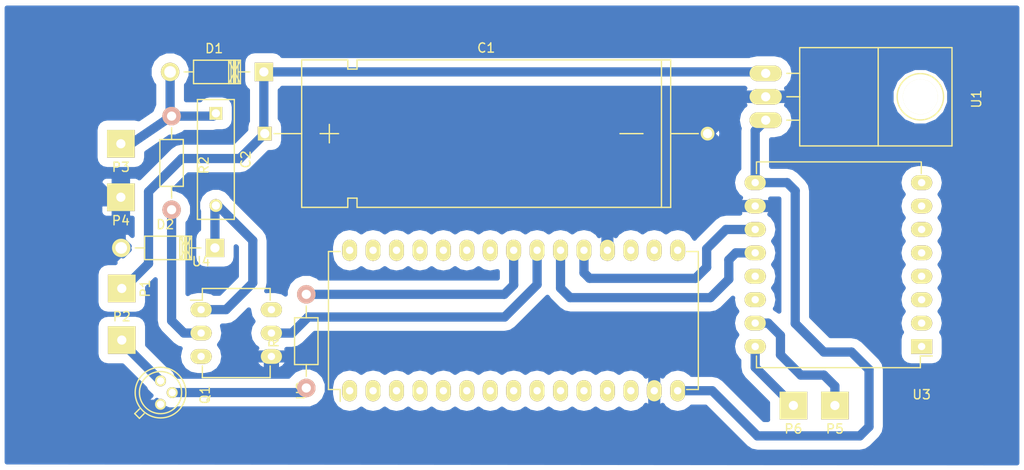
<source format=kicad_pcb>
(kicad_pcb (version 4) (host pcbnew 4.0.2-stable)

  (general
    (links 27)
    (no_connects 0)
    (area 49.499999 49.499999 160.500001 120.500001)
    (thickness 1.6)
    (drawings 4)
    (tracks 110)
    (zones 0)
    (modules 17)
    (nets 49)
  )

  (page A4)
  (layers
    (0 F.Cu signal)
    (31 B.Cu signal)
    (32 B.Adhes user)
    (33 F.Adhes user)
    (34 B.Paste user)
    (35 F.Paste user)
    (36 B.SilkS user)
    (37 F.SilkS user)
    (38 B.Mask user)
    (39 F.Mask user)
    (40 Dwgs.User user)
    (41 Cmts.User user)
    (42 Eco1.User user)
    (43 Eco2.User user)
    (44 Edge.Cuts user)
    (45 Margin user)
    (46 B.CrtYd user)
    (47 F.CrtYd user)
    (48 B.Fab user)
    (49 F.Fab user)
  )

  (setup
    (last_trace_width 1)
    (trace_clearance 0.5)
    (zone_clearance 1)
    (zone_45_only no)
    (trace_min 0.2)
    (segment_width 1)
    (edge_width 0.15)
    (via_size 0.6)
    (via_drill 0.4)
    (via_min_size 0.4)
    (via_min_drill 0.3)
    (uvia_size 0.3)
    (uvia_drill 0.1)
    (uvias_allowed no)
    (uvia_min_size 0.2)
    (uvia_min_drill 0.1)
    (pcb_text_width 0.3)
    (pcb_text_size 1.5 1.5)
    (mod_edge_width 0.15)
    (mod_text_size 1 1)
    (mod_text_width 0.15)
    (pad_size 1.524 1.524)
    (pad_drill 0.762)
    (pad_to_mask_clearance 0.2)
    (aux_axis_origin 0 0)
    (grid_origin 50 50)
    (visible_elements FFFFFF7F)
    (pcbplotparams
      (layerselection 0x00030_80000001)
      (usegerberextensions false)
      (excludeedgelayer true)
      (linewidth 0.100000)
      (plotframeref false)
      (viasonmask false)
      (mode 1)
      (useauxorigin false)
      (hpglpennumber 1)
      (hpglpenspeed 20)
      (hpglpendiameter 15)
      (hpglpenoverlay 2)
      (psnegative false)
      (psa4output false)
      (plotreference true)
      (plotvalue true)
      (plotinvisibletext false)
      (padsonsilk false)
      (subtractmaskfromsilk false)
      (outputformat 1)
      (mirror false)
      (drillshape 1)
      (scaleselection 1)
      (outputdirectory ""))
  )

  (net 0 "")
  (net 1 +15V)
  (net 2 +12VA)
  (net 3 "Net-(C2-Pad2)")
  (net 4 GND)
  (net 5 "Net-(Q1-Pad2)")
  (net 6 "Net-(R1-Pad2)")
  (net 7 "Net-(R2-Pad2)")
  (net 8 +5V)
  (net 9 "Net-(U2-Pad1)")
  (net 10 "Net-(U2-Pad2)")
  (net 11 "Net-(U2-Pad3)")
  (net 12 "Net-(U2-Pad4)")
  (net 13 "Net-(U2-Pad5)")
  (net 14 "Net-(U2-Pad6)")
  (net 15 "Net-(U2-Pad7)")
  (net 16 "Net-(U2-Pad8)")
  (net 17 "Net-(U2-Pad9)")
  (net 18 "Net-(U2-Pad10)")
  (net 19 "Net-(U2-Pad11)")
  (net 20 "Net-(U2-Pad12)")
  (net 21 "Net-(U2-Pad13)")
  (net 22 "Net-(U2-Pad16)")
  (net 23 "Net-(U2-Pad17)")
  (net 24 "Net-(U2-Pad18)")
  (net 25 "Net-(U2-Pad20)")
  (net 26 "Net-(U2-Pad21)")
  (net 27 "Net-(U2-Pad22)")
  (net 28 "Net-(U2-Pad24)")
  (net 29 "Net-(U2-Pad25)")
  (net 30 "Net-(U2-Pad26)")
  (net 31 "Net-(U2-Pad27)")
  (net 32 "Net-(U2-Pad28)")
  (net 33 "Net-(U2-Pad29)")
  (net 34 "Net-(U2-Pad30)")
  (net 35 "Net-(U3-Pad1)")
  (net 36 "Net-(U3-Pad2)")
  (net 37 "Net-(U3-Pad3)")
  (net 38 "Net-(U3-Pad4)")
  (net 39 "Net-(U3-Pad5)")
  (net 40 "Net-(U3-Pad6)")
  (net 41 "Net-(U3-Pad8)")
  (net 42 "Net-(U3-Pad13)")
  (net 43 "Net-(U3-Pad14)")
  (net 44 "Net-(U4-Pad6)")
  (net 45 "Net-(P2-Pad1)")
  (net 46 "Net-(P5-Pad1)")
  (net 47 "Net-(P6-Pad1)")
  (net 48 "Net-(U3-Pad7)")

  (net_class Default "This is the default net class."
    (clearance 0.5)
    (trace_width 1)
    (via_dia 0.6)
    (via_drill 0.4)
    (uvia_dia 0.3)
    (uvia_drill 0.1)
    (add_net +12VA)
    (add_net +15V)
    (add_net +5V)
    (add_net GND)
    (add_net "Net-(C2-Pad2)")
    (add_net "Net-(P2-Pad1)")
    (add_net "Net-(P5-Pad1)")
    (add_net "Net-(P6-Pad1)")
    (add_net "Net-(Q1-Pad2)")
    (add_net "Net-(R1-Pad2)")
    (add_net "Net-(R2-Pad2)")
    (add_net "Net-(U2-Pad1)")
    (add_net "Net-(U2-Pad10)")
    (add_net "Net-(U2-Pad11)")
    (add_net "Net-(U2-Pad12)")
    (add_net "Net-(U2-Pad13)")
    (add_net "Net-(U2-Pad16)")
    (add_net "Net-(U2-Pad17)")
    (add_net "Net-(U2-Pad18)")
    (add_net "Net-(U2-Pad2)")
    (add_net "Net-(U2-Pad20)")
    (add_net "Net-(U2-Pad21)")
    (add_net "Net-(U2-Pad22)")
    (add_net "Net-(U2-Pad24)")
    (add_net "Net-(U2-Pad25)")
    (add_net "Net-(U2-Pad26)")
    (add_net "Net-(U2-Pad27)")
    (add_net "Net-(U2-Pad28)")
    (add_net "Net-(U2-Pad29)")
    (add_net "Net-(U2-Pad3)")
    (add_net "Net-(U2-Pad30)")
    (add_net "Net-(U2-Pad4)")
    (add_net "Net-(U2-Pad5)")
    (add_net "Net-(U2-Pad6)")
    (add_net "Net-(U2-Pad7)")
    (add_net "Net-(U2-Pad8)")
    (add_net "Net-(U2-Pad9)")
    (add_net "Net-(U3-Pad1)")
    (add_net "Net-(U3-Pad13)")
    (add_net "Net-(U3-Pad14)")
    (add_net "Net-(U3-Pad2)")
    (add_net "Net-(U3-Pad3)")
    (add_net "Net-(U3-Pad4)")
    (add_net "Net-(U3-Pad5)")
    (add_net "Net-(U3-Pad6)")
    (add_net "Net-(U3-Pad7)")
    (add_net "Net-(U3-Pad8)")
    (add_net "Net-(U4-Pad6)")
  )

  (module Diodes_ThroughHole:Diode_DO-41_SOD81_Horizontal_RM10 (layer F.Cu) (tedit 552FFCCE) (tstamp 585692BC)
    (at 78.1 57.3 180)
    (descr "Diode, DO-41, SOD81, Horizontal, RM 10mm,")
    (tags "Diode, DO-41, SOD81, Horizontal, RM 10mm, 1N4007, SB140,")
    (path /58565494)
    (fp_text reference D1 (at 5.38734 2.53746 180) (layer F.SilkS)
      (effects (font (size 1 1) (thickness 0.15)))
    )
    (fp_text value D (at 4.37134 -3.55854 180) (layer F.Fab)
      (effects (font (size 1 1) (thickness 0.15)))
    )
    (fp_line (start 7.62 -0.00254) (end 8.636 -0.00254) (layer F.SilkS) (width 0.15))
    (fp_line (start 2.794 -0.00254) (end 1.524 -0.00254) (layer F.SilkS) (width 0.15))
    (fp_line (start 3.048 -1.27254) (end 3.048 1.26746) (layer F.SilkS) (width 0.15))
    (fp_line (start 3.302 -1.27254) (end 3.302 1.26746) (layer F.SilkS) (width 0.15))
    (fp_line (start 3.556 -1.27254) (end 3.556 1.26746) (layer F.SilkS) (width 0.15))
    (fp_line (start 2.794 -1.27254) (end 2.794 1.26746) (layer F.SilkS) (width 0.15))
    (fp_line (start 3.81 -1.27254) (end 2.54 1.26746) (layer F.SilkS) (width 0.15))
    (fp_line (start 2.54 -1.27254) (end 3.81 1.26746) (layer F.SilkS) (width 0.15))
    (fp_line (start 3.81 -1.27254) (end 3.81 1.26746) (layer F.SilkS) (width 0.15))
    (fp_line (start 3.175 -1.27254) (end 3.175 1.26746) (layer F.SilkS) (width 0.15))
    (fp_line (start 2.54 1.26746) (end 2.54 -1.27254) (layer F.SilkS) (width 0.15))
    (fp_line (start 2.54 -1.27254) (end 7.62 -1.27254) (layer F.SilkS) (width 0.15))
    (fp_line (start 7.62 -1.27254) (end 7.62 1.26746) (layer F.SilkS) (width 0.15))
    (fp_line (start 7.62 1.26746) (end 2.54 1.26746) (layer F.SilkS) (width 0.15))
    (pad 2 thru_hole circle (at 10.16 -0.00254) (size 1.99898 1.99898) (drill 1.27) (layers *.Cu *.Mask F.SilkS)
      (net 2 +12VA))
    (pad 1 thru_hole rect (at 0 -0.00254) (size 1.99898 1.99898) (drill 1.00076) (layers *.Cu *.Mask F.SilkS)
      (net 1 +15V))
  )

  (module Diodes_ThroughHole:Diode_DO-41_SOD81_Horizontal_RM10 (layer F.Cu) (tedit 552FFCCE) (tstamp 585692C2)
    (at 72.8 76.4 180)
    (descr "Diode, DO-41, SOD81, Horizontal, RM 10mm,")
    (tags "Diode, DO-41, SOD81, Horizontal, RM 10mm, 1N4007, SB140,")
    (path /585654E1)
    (fp_text reference D2 (at 5.38734 2.53746 180) (layer F.SilkS)
      (effects (font (size 1 1) (thickness 0.15)))
    )
    (fp_text value D (at 4.37134 -3.55854 180) (layer F.Fab)
      (effects (font (size 1 1) (thickness 0.15)))
    )
    (fp_line (start 7.62 -0.00254) (end 8.636 -0.00254) (layer F.SilkS) (width 0.15))
    (fp_line (start 2.794 -0.00254) (end 1.524 -0.00254) (layer F.SilkS) (width 0.15))
    (fp_line (start 3.048 -1.27254) (end 3.048 1.26746) (layer F.SilkS) (width 0.15))
    (fp_line (start 3.302 -1.27254) (end 3.302 1.26746) (layer F.SilkS) (width 0.15))
    (fp_line (start 3.556 -1.27254) (end 3.556 1.26746) (layer F.SilkS) (width 0.15))
    (fp_line (start 2.794 -1.27254) (end 2.794 1.26746) (layer F.SilkS) (width 0.15))
    (fp_line (start 3.81 -1.27254) (end 2.54 1.26746) (layer F.SilkS) (width 0.15))
    (fp_line (start 2.54 -1.27254) (end 3.81 1.26746) (layer F.SilkS) (width 0.15))
    (fp_line (start 3.81 -1.27254) (end 3.81 1.26746) (layer F.SilkS) (width 0.15))
    (fp_line (start 3.175 -1.27254) (end 3.175 1.26746) (layer F.SilkS) (width 0.15))
    (fp_line (start 2.54 1.26746) (end 2.54 -1.27254) (layer F.SilkS) (width 0.15))
    (fp_line (start 2.54 -1.27254) (end 7.62 -1.27254) (layer F.SilkS) (width 0.15))
    (fp_line (start 7.62 -1.27254) (end 7.62 1.26746) (layer F.SilkS) (width 0.15))
    (fp_line (start 7.62 1.26746) (end 2.54 1.26746) (layer F.SilkS) (width 0.15))
    (pad 2 thru_hole circle (at 10.16 -0.00254) (size 1.99898 1.99898) (drill 1.27) (layers *.Cu *.Mask F.SilkS)
      (net 4 GND))
    (pad 1 thru_hole rect (at 0 -0.00254) (size 1.99898 1.99898) (drill 1.00076) (layers *.Cu *.Mask F.SilkS)
      (net 3 "Net-(C2-Pad2)"))
  )

  (module TO_SOT_Packages_THT:TO-18_3Pin (layer F.Cu) (tedit 55D039D2) (tstamp 585692DB)
    (at 66.9 92.1 270)
    (descr "TO-18, 3Pin,")
    (tags "TO-18, 3Pin,")
    (path /585671EB)
    (fp_text reference Q1 (at 0.254 -4.826 270) (layer F.SilkS)
      (effects (font (size 1 1) (thickness 0.15)))
    )
    (fp_text value PN2222A (at 0 4.826 270) (layer F.Fab)
      (effects (font (size 1 1) (thickness 0.15)))
    )
    (fp_line (start 2.794 2.286) (end 2.286 1.778) (layer F.SilkS) (width 0.15))
    (fp_line (start 1.778 2.286) (end 2.286 2.794) (layer F.SilkS) (width 0.15))
    (fp_line (start 2.286 2.794) (end 2.794 2.286) (layer F.SilkS) (width 0.15))
    (fp_circle (center 0 0) (end 2.286 0) (layer F.SilkS) (width 0.15))
    (fp_circle (center 0 0) (end 2.75 0) (layer F.SilkS) (width 0.15))
    (pad 1 thru_hole circle (at 1.27 0 270) (size 1.2 1.2) (drill 0.8) (layers *.Cu *.Mask F.SilkS)
      (net 4 GND))
    (pad 2 thru_hole circle (at 0 -1.27 270) (size 1.2 1.2) (drill 0.8) (layers *.Cu *.Mask F.SilkS)
      (net 5 "Net-(Q1-Pad2)"))
    (pad 3 thru_hole circle (at -1.27 0 270) (size 1.2 1.2) (drill 0.8) (layers *.Cu *.Mask F.SilkS)
      (net 45 "Net-(P2-Pad1)"))
    (model TO_SOT_Packages_THT.3dshapes/TO-18_3Pin.wrl
      (at (xyz 0 0 0))
      (scale (xyz 0.3937 0.3937 0.3937))
      (rotate (xyz 0 0 0))
    )
  )

  (module Resistors_ThroughHole:Resistor_Horizontal_RM10mm (layer F.Cu) (tedit 56648415) (tstamp 585692E1)
    (at 82.7 91.6 90)
    (descr "Resistor, Axial,  RM 10mm, 1/3W")
    (tags "Resistor Axial RM 10mm 1/3W")
    (path /58567230)
    (fp_text reference R1 (at 5.32892 -3.50012 90) (layer F.SilkS)
      (effects (font (size 1 1) (thickness 0.15)))
    )
    (fp_text value R (at 5.08 3.81 90) (layer F.Fab)
      (effects (font (size 1 1) (thickness 0.15)))
    )
    (fp_line (start -1.25 -1.5) (end 11.4 -1.5) (layer F.CrtYd) (width 0.05))
    (fp_line (start -1.25 1.5) (end -1.25 -1.5) (layer F.CrtYd) (width 0.05))
    (fp_line (start 11.4 -1.5) (end 11.4 1.5) (layer F.CrtYd) (width 0.05))
    (fp_line (start -1.25 1.5) (end 11.4 1.5) (layer F.CrtYd) (width 0.05))
    (fp_line (start 2.54 -1.27) (end 7.62 -1.27) (layer F.SilkS) (width 0.15))
    (fp_line (start 7.62 -1.27) (end 7.62 1.27) (layer F.SilkS) (width 0.15))
    (fp_line (start 7.62 1.27) (end 2.54 1.27) (layer F.SilkS) (width 0.15))
    (fp_line (start 2.54 1.27) (end 2.54 -1.27) (layer F.SilkS) (width 0.15))
    (fp_line (start 2.54 0) (end 1.27 0) (layer F.SilkS) (width 0.15))
    (fp_line (start 7.62 0) (end 8.89 0) (layer F.SilkS) (width 0.15))
    (pad 1 thru_hole circle (at 0 0 90) (size 1.99898 1.99898) (drill 1.00076) (layers *.Cu *.SilkS *.Mask)
      (net 5 "Net-(Q1-Pad2)"))
    (pad 2 thru_hole circle (at 10.16 0 90) (size 1.99898 1.99898) (drill 1.00076) (layers *.Cu *.SilkS *.Mask)
      (net 6 "Net-(R1-Pad2)"))
    (model Resistors_ThroughHole.3dshapes/Resistor_Horizontal_RM10mm.wrl
      (at (xyz 0.2 0 0))
      (scale (xyz 0.4 0.4 0.4))
      (rotate (xyz 0 0 0))
    )
  )

  (module Resistors_ThroughHole:Resistor_Horizontal_RM10mm (layer F.Cu) (tedit 56648415) (tstamp 585692E7)
    (at 68.1 62.1 270)
    (descr "Resistor, Axial,  RM 10mm, 1/3W")
    (tags "Resistor Axial RM 10mm 1/3W")
    (path /585668DD)
    (fp_text reference R2 (at 5.32892 -3.50012 270) (layer F.SilkS)
      (effects (font (size 1 1) (thickness 0.15)))
    )
    (fp_text value R (at 5.08 3.81 270) (layer F.Fab)
      (effects (font (size 1 1) (thickness 0.15)))
    )
    (fp_line (start -1.25 -1.5) (end 11.4 -1.5) (layer F.CrtYd) (width 0.05))
    (fp_line (start -1.25 1.5) (end -1.25 -1.5) (layer F.CrtYd) (width 0.05))
    (fp_line (start 11.4 -1.5) (end 11.4 1.5) (layer F.CrtYd) (width 0.05))
    (fp_line (start -1.25 1.5) (end 11.4 1.5) (layer F.CrtYd) (width 0.05))
    (fp_line (start 2.54 -1.27) (end 7.62 -1.27) (layer F.SilkS) (width 0.15))
    (fp_line (start 7.62 -1.27) (end 7.62 1.27) (layer F.SilkS) (width 0.15))
    (fp_line (start 7.62 1.27) (end 2.54 1.27) (layer F.SilkS) (width 0.15))
    (fp_line (start 2.54 1.27) (end 2.54 -1.27) (layer F.SilkS) (width 0.15))
    (fp_line (start 2.54 0) (end 1.27 0) (layer F.SilkS) (width 0.15))
    (fp_line (start 7.62 0) (end 8.89 0) (layer F.SilkS) (width 0.15))
    (pad 1 thru_hole circle (at 0 0 270) (size 1.99898 1.99898) (drill 1.00076) (layers *.Cu *.SilkS *.Mask)
      (net 2 +12VA))
    (pad 2 thru_hole circle (at 10.16 0 270) (size 1.99898 1.99898) (drill 1.00076) (layers *.Cu *.SilkS *.Mask)
      (net 7 "Net-(R2-Pad2)"))
    (model Resistors_ThroughHole.3dshapes/Resistor_Horizontal_RM10mm.wrl
      (at (xyz 0.2 0 0))
      (scale (xyz 0.4 0.4 0.4))
      (rotate (xyz 0 0 0))
    )
  )

  (module Housings_DIP:DIP-30_W15.24mm_LongPads (layer F.Cu) (tedit 58566FFE) (tstamp 5856931B)
    (at 87.4 91.9 90)
    (descr "32-lead dip package, row spacing 15.24 mm (600 mils), longer pads")
    (tags "dil dip 2.54 600")
    (path /58565684)
    (fp_text reference U2 (at 0 -5.22 90) (layer F.SilkS)
      (effects (font (size 1 1) (thickness 0.15)))
    )
    (fp_text value arduino_mini (at 0 -3.72 90) (layer F.Fab)
      (effects (font (size 1 1) (thickness 0.15)))
    )
    (fp_line (start -1.4 -2.45) (end -1.4 38.55) (layer F.CrtYd) (width 0.05))
    (fp_line (start 16.65 -2.45) (end 16.65 38.55) (layer F.CrtYd) (width 0.05))
    (fp_line (start -1.4 -2.45) (end 16.65 -2.45) (layer F.CrtYd) (width 0.05))
    (fp_line (start -1.4 38.55) (end 16.65 38.55) (layer F.CrtYd) (width 0.05))
    (fp_line (start 0.135 -2.295) (end 0.135 -1.025) (layer F.SilkS) (width 0.15))
    (fp_line (start 15.105 -2.295) (end 15.105 -1.025) (layer F.SilkS) (width 0.15))
    (fp_line (start 15.105 37.795) (end 15.105 36.525) (layer F.SilkS) (width 0.15))
    (fp_line (start 0.135 37.795) (end 0.135 36.525) (layer F.SilkS) (width 0.15))
    (fp_line (start 0.135 -2.295) (end 15.105 -2.295) (layer F.SilkS) (width 0.15))
    (fp_line (start 0.135 37.795) (end 15.105 37.795) (layer F.SilkS) (width 0.15))
    (fp_line (start 0.135 -1.025) (end -1.15 -1.025) (layer F.SilkS) (width 0.15))
    (pad 1 thru_hole oval (at 0 0 90) (size 2.3 1.6) (drill 0.8) (layers *.Cu *.Mask F.SilkS)
      (net 9 "Net-(U2-Pad1)"))
    (pad 2 thru_hole oval (at 0 2.54 90) (size 2.3 1.6) (drill 0.8) (layers *.Cu *.Mask F.SilkS)
      (net 10 "Net-(U2-Pad2)"))
    (pad 3 thru_hole oval (at 0 5.08 90) (size 2.3 1.6) (drill 0.8) (layers *.Cu *.Mask F.SilkS)
      (net 11 "Net-(U2-Pad3)"))
    (pad 4 thru_hole oval (at 0 7.62 90) (size 2.3 1.6) (drill 0.8) (layers *.Cu *.Mask F.SilkS)
      (net 12 "Net-(U2-Pad4)"))
    (pad 5 thru_hole oval (at 0 10.16 90) (size 2.3 1.6) (drill 0.8) (layers *.Cu *.Mask F.SilkS)
      (net 13 "Net-(U2-Pad5)"))
    (pad 6 thru_hole oval (at 0 12.7 90) (size 2.3 1.6) (drill 0.8) (layers *.Cu *.Mask F.SilkS)
      (net 14 "Net-(U2-Pad6)"))
    (pad 7 thru_hole oval (at 0 15.24 90) (size 2.3 1.6) (drill 0.8) (layers *.Cu *.Mask F.SilkS)
      (net 15 "Net-(U2-Pad7)"))
    (pad 8 thru_hole oval (at 0 17.78 90) (size 2.3 1.6) (drill 0.8) (layers *.Cu *.Mask F.SilkS)
      (net 16 "Net-(U2-Pad8)"))
    (pad 9 thru_hole oval (at 0 20.32 90) (size 2.3 1.6) (drill 0.8) (layers *.Cu *.Mask F.SilkS)
      (net 17 "Net-(U2-Pad9)"))
    (pad 10 thru_hole oval (at 0 22.86 90) (size 2.3 1.6) (drill 0.8) (layers *.Cu *.Mask F.SilkS)
      (net 18 "Net-(U2-Pad10)"))
    (pad 11 thru_hole oval (at 0 25.4 90) (size 2.3 1.6) (drill 0.8) (layers *.Cu *.Mask F.SilkS)
      (net 19 "Net-(U2-Pad11)"))
    (pad 12 thru_hole oval (at 0 27.94 90) (size 2.3 1.6) (drill 0.8) (layers *.Cu *.Mask F.SilkS)
      (net 20 "Net-(U2-Pad12)"))
    (pad 13 thru_hole oval (at 0 30.48 90) (size 2.3 1.6) (drill 0.8) (layers *.Cu *.Mask F.SilkS)
      (net 21 "Net-(U2-Pad13)"))
    (pad 14 thru_hole oval (at 0 33.02 90) (size 2.3 1.6) (drill 0.8) (layers *.Cu *.Mask F.SilkS)
      (net 4 GND))
    (pad 15 thru_hole oval (at 0 35.56 90) (size 2.3 1.6) (drill 0.8) (layers *.Cu *.Mask F.SilkS)
      (net 8 +5V))
    (pad 16 thru_hole oval (at 15.24 35.56 90) (size 2.3 1.6) (drill 0.8) (layers *.Cu *.Mask F.SilkS)
      (net 22 "Net-(U2-Pad16)"))
    (pad 17 thru_hole oval (at 15.24 33.02 90) (size 2.3 1.6) (drill 0.8) (layers *.Cu *.Mask F.SilkS)
      (net 23 "Net-(U2-Pad17)"))
    (pad 18 thru_hole oval (at 15.24 30.48 90) (size 2.3 1.6) (drill 0.8) (layers *.Cu *.Mask F.SilkS)
      (net 24 "Net-(U2-Pad18)"))
    (pad 19 thru_hole oval (at 15.24 27.94 90) (size 2.3 1.6) (drill 0.8) (layers *.Cu *.Mask F.SilkS)
      (net 4 GND))
    (pad 20 thru_hole oval (at 15.24 25.4 90) (size 2.3 1.6) (drill 0.8) (layers *.Cu *.Mask F.SilkS)
      (net 25 "Net-(U2-Pad20)"))
    (pad 21 thru_hole oval (at 15.24 22.86 90) (size 2.3 1.6) (drill 0.8) (layers *.Cu *.Mask F.SilkS)
      (net 26 "Net-(U2-Pad21)"))
    (pad 22 thru_hole oval (at 15.24 20.32 90) (size 2.3 1.6) (drill 0.8) (layers *.Cu *.Mask F.SilkS)
      (net 27 "Net-(U2-Pad22)"))
    (pad 23 thru_hole oval (at 15.24 17.78 90) (size 2.3 1.6) (drill 0.8) (layers *.Cu *.Mask F.SilkS)
      (net 6 "Net-(R1-Pad2)"))
    (pad 24 thru_hole oval (at 15.24 15.24 90) (size 2.3 1.6) (drill 0.8) (layers *.Cu *.Mask F.SilkS)
      (net 28 "Net-(U2-Pad24)"))
    (pad 25 thru_hole oval (at 15.24 12.7 90) (size 2.3 1.6) (drill 0.8) (layers *.Cu *.Mask F.SilkS)
      (net 29 "Net-(U2-Pad25)"))
    (pad 26 thru_hole oval (at 15.24 10.16 90) (size 2.3 1.6) (drill 0.8) (layers *.Cu *.Mask F.SilkS)
      (net 30 "Net-(U2-Pad26)"))
    (pad 27 thru_hole oval (at 15.24 7.62 90) (size 2.3 1.6) (drill 0.8) (layers *.Cu *.Mask F.SilkS)
      (net 31 "Net-(U2-Pad27)"))
    (pad 28 thru_hole oval (at 15.24 5.08 90) (size 2.3 1.6) (drill 0.8) (layers *.Cu *.Mask F.SilkS)
      (net 32 "Net-(U2-Pad28)"))
    (pad 29 thru_hole oval (at 15.24 2.54 90) (size 2.3 1.6) (drill 0.8) (layers *.Cu *.Mask F.SilkS)
      (net 33 "Net-(U2-Pad29)"))
    (pad 30 thru_hole oval (at 15.24 0 90) (size 2.3 1.6) (drill 0.8) (layers *.Cu *.Mask F.SilkS)
      (net 34 "Net-(U2-Pad30)"))
    (model Housings_DIP.3dshapes/DIP-32_W15.24mm_LongPads.wrl
      (at (xyz 0 0 0))
      (scale (xyz 1 1 1))
      (rotate (xyz 0 0 0))
    )
  )

  (module Housings_DIP:DIP-6_W7.62mm_LongPads (layer F.Cu) (tedit 54130A77) (tstamp 5856934F)
    (at 71.3 83.1)
    (descr "6-lead dip package, row spacing 7.62 mm (300 mils), longer pads")
    (tags "dil dip 2.54 300")
    (path /58565517)
    (fp_text reference U4 (at 0 -5.22) (layer F.SilkS)
      (effects (font (size 1 1) (thickness 0.15)))
    )
    (fp_text value OPTO-TRANSISTOR (at 0 -3.72) (layer F.Fab)
      (effects (font (size 1 1) (thickness 0.15)))
    )
    (fp_line (start -1.4 -2.45) (end -1.4 7.55) (layer F.CrtYd) (width 0.05))
    (fp_line (start 9 -2.45) (end 9 7.55) (layer F.CrtYd) (width 0.05))
    (fp_line (start -1.4 -2.45) (end 9 -2.45) (layer F.CrtYd) (width 0.05))
    (fp_line (start -1.4 7.55) (end 9 7.55) (layer F.CrtYd) (width 0.05))
    (fp_line (start 0.135 -2.295) (end 0.135 -1.025) (layer F.SilkS) (width 0.15))
    (fp_line (start 7.485 -2.295) (end 7.485 -1.025) (layer F.SilkS) (width 0.15))
    (fp_line (start 7.485 7.375) (end 7.485 6.105) (layer F.SilkS) (width 0.15))
    (fp_line (start 0.135 7.375) (end 0.135 6.105) (layer F.SilkS) (width 0.15))
    (fp_line (start 0.135 -2.295) (end 7.485 -2.295) (layer F.SilkS) (width 0.15))
    (fp_line (start 0.135 7.375) (end 7.485 7.375) (layer F.SilkS) (width 0.15))
    (fp_line (start 0.135 -1.025) (end -1.15 -1.025) (layer F.SilkS) (width 0.15))
    (pad 1 thru_hole oval (at 0 0) (size 2.3 1.6) (drill 0.8) (layers *.Cu *.Mask F.SilkS)
      (net 3 "Net-(C2-Pad2)"))
    (pad 2 thru_hole oval (at 0 2.54) (size 2.3 1.6) (drill 0.8) (layers *.Cu *.Mask F.SilkS)
      (net 7 "Net-(R2-Pad2)"))
    (pad 3 thru_hole oval (at 0 5.08) (size 2.3 1.6) (drill 0.8) (layers *.Cu *.Mask F.SilkS))
    (pad 4 thru_hole oval (at 7.62 5.08) (size 2.3 1.6) (drill 0.8) (layers *.Cu *.Mask F.SilkS)
      (net 4 GND))
    (pad 5 thru_hole oval (at 7.62 2.54) (size 2.3 1.6) (drill 0.8) (layers *.Cu *.Mask F.SilkS)
      (net 27 "Net-(U2-Pad22)"))
    (pad 6 thru_hole oval (at 7.62 0) (size 2.3 1.6) (drill 0.8) (layers *.Cu *.Mask F.SilkS)
      (net 44 "Net-(U4-Pad6)"))
    (model Housings_DIP.3dshapes/DIP-6_W7.62mm_LongPads.wrl
      (at (xyz 0 0 0))
      (scale (xyz 1 1 1))
      (rotate (xyz 0 0 0))
    )
  )

  (module Capacitors_ThroughHole:C_Axial_D16_L40_P48 (layer F.Cu) (tedit 54F0ECCD) (tstamp 58569B59)
    (at 78.2 64)
    (descr "Axial Electrolytic Capacitor Diameter 16mm x Length 40mm, Pitch 48mm")
    (tags "Electrolytic Capacitor")
    (path /58565625)
    (fp_text reference C1 (at 24 -9.3) (layer F.SilkS)
      (effects (font (size 1 1) (thickness 0.15)))
    )
    (fp_text value CP (at 24 9.3) (layer F.Fab)
      (effects (font (size 1 1) (thickness 0.15)))
    )
    (fp_line (start 10 8) (end 44 8) (layer F.SilkS) (width 0.15))
    (fp_line (start 9 8) (end 4 8) (layer F.SilkS) (width 0.15))
    (fp_line (start 9 -8) (end 4 -8) (layer F.SilkS) (width 0.15))
    (fp_line (start 44 -8) (end 10 -8) (layer F.SilkS) (width 0.15))
    (fp_line (start 44 8) (end 44 -8) (layer F.SilkS) (width 0.15))
    (fp_line (start 43 -8) (end 43 8) (layer F.SilkS) (width 0.15))
    (fp_line (start 4 8) (end 4 -8) (layer F.SilkS) (width 0.15))
    (fp_line (start 10 8) (end 10 7) (layer F.SilkS) (width 0.15))
    (fp_line (start 10 7) (end 9 7) (layer F.SilkS) (width 0.15))
    (fp_line (start 9 7) (end 9 8) (layer F.SilkS) (width 0.15))
    (fp_line (start 9 -8) (end 9 -7) (layer F.SilkS) (width 0.15))
    (fp_line (start 9 -7) (end 10 -7) (layer F.SilkS) (width 0.15))
    (fp_line (start 10 -7) (end 10 -8) (layer F.SilkS) (width 0.15))
    (fp_line (start 44 0) (end 47 0) (layer F.SilkS) (width 0.15))
    (fp_line (start 4 0) (end 1 0) (layer F.SilkS) (width 0.15))
    (fp_line (start 38.5 0) (end 41 0) (layer F.SilkS) (width 0.15))
    (fp_line (start 6 0) (end 8 0) (layer F.SilkS) (width 0.15))
    (fp_line (start 7 1) (end 7 -1) (layer F.SilkS) (width 0.15))
    (fp_line (start -1 -8.3) (end 49 -8.3) (layer F.CrtYd) (width 0.05))
    (fp_line (start 49 -8.3) (end 49 8.3) (layer F.CrtYd) (width 0.05))
    (fp_line (start 49 8.3) (end -1 8.3) (layer F.CrtYd) (width 0.05))
    (fp_line (start -1 8.3) (end -1 -8.3) (layer F.CrtYd) (width 0.05))
    (pad 1 thru_hole rect (at 0 0) (size 1.5 1.5) (drill 1) (layers *.Cu *.Mask F.SilkS)
      (net 1 +15V))
    (pad 2 thru_hole circle (at 48 0) (size 1.5 1.5) (drill 1) (layers *.Cu *.Mask F.SilkS)
      (net 4 GND))
    (model Capacitors_ThroughHole.3dshapes/C_Axial_D16_L40_P48.wrl
      (at (xyz 0.944882 0 0))
      (scale (xyz 1 1 1))
      (rotate (xyz 0 0 180))
    )
  )

  (module Housings_DIP:DIP-16_W18mm_LongPads (layer F.Cu) (tedit 58585D77) (tstamp 58585E00)
    (at 149.4 87.1 180)
    (descr "24-lead dip package, row spacing 15.24 mm (600 mils), longer pads")
    (tags "dil dip 2.54 600")
    (path /58565B6E)
    (fp_text reference U3 (at 0 -5.22 180) (layer F.SilkS)
      (effects (font (size 1 1) (thickness 0.15)))
    )
    (fp_text value somo-ii (at 0 -3.72 180) (layer F.Fab)
      (effects (font (size 1 1) (thickness 0.15)))
    )
    (fp_line (start -1.4 -2.45) (end -1.4 20.4) (layer F.CrtYd) (width 0.05))
    (fp_line (start 20.4 -2.45) (end 20.4 20.4) (layer F.CrtYd) (width 0.05))
    (fp_line (start -1.4 -2.45) (end 20.4 -2.45) (layer F.CrtYd) (width 0.05))
    (fp_line (start -1.4 20.4) (end 20.4 20.4) (layer F.CrtYd) (width 0.05))
    (fp_line (start 0.135 -2.295) (end 0.135 -1.025) (layer F.SilkS) (width 0.15))
    (fp_line (start 17.9 -2.295) (end 17.9 -1.025) (layer F.SilkS) (width 0.15))
    (fp_line (start 17.9 20.035) (end 17.9 18.765) (layer F.SilkS) (width 0.15))
    (fp_line (start 0.035 20.035) (end 0.035 18.765) (layer F.SilkS) (width 0.15))
    (fp_line (start 0.135 -2.295) (end 17.9 -2.295) (layer F.SilkS) (width 0.15))
    (fp_line (start 0.135 20.035) (end 17.8 20.035) (layer F.SilkS) (width 0.15))
    (fp_line (start 0.135 -1.025) (end -1.15 -1.025) (layer F.SilkS) (width 0.15))
    (pad 1 thru_hole rect (at 0 0 180) (size 2.3 1.6) (drill 0.8) (layers *.Cu *.Mask F.SilkS)
      (net 35 "Net-(U3-Pad1)"))
    (pad 2 thru_hole oval (at 0 2.54 180) (size 2.3 1.6) (drill 0.8) (layers *.Cu *.Mask F.SilkS)
      (net 36 "Net-(U3-Pad2)"))
    (pad 3 thru_hole oval (at 0 5.08 180) (size 2.3 1.6) (drill 0.8) (layers *.Cu *.Mask F.SilkS)
      (net 37 "Net-(U3-Pad3)"))
    (pad 4 thru_hole oval (at 0 7.62 180) (size 2.3 1.6) (drill 0.8) (layers *.Cu *.Mask F.SilkS)
      (net 38 "Net-(U3-Pad4)"))
    (pad 5 thru_hole oval (at 0 10.16 180) (size 2.3 1.6) (drill 0.8) (layers *.Cu *.Mask F.SilkS)
      (net 39 "Net-(U3-Pad5)"))
    (pad 6 thru_hole oval (at 0 12.7 180) (size 2.3 1.6) (drill 0.8) (layers *.Cu *.Mask F.SilkS)
      (net 40 "Net-(U3-Pad6)"))
    (pad 7 thru_hole oval (at 0 15.24 180) (size 2.3 1.6) (drill 0.8) (layers *.Cu *.Mask F.SilkS)
      (net 48 "Net-(U3-Pad7)"))
    (pad 8 thru_hole oval (at 0 17.78 180) (size 2.3 1.6) (drill 0.8) (layers *.Cu *.Mask F.SilkS)
      (net 41 "Net-(U3-Pad8)"))
    (pad 9 thru_hole oval (at 18.04 17.78 180) (size 2.3 1.6) (drill 0.8) (layers *.Cu *.Mask F.SilkS)
      (net 8 +5V))
    (pad 10 thru_hole oval (at 18.04 15.24 180) (size 2.3 1.6) (drill 0.8) (layers *.Cu *.Mask F.SilkS)
      (net 4 GND))
    (pad 11 thru_hole oval (at 18.04 12.7 180) (size 2.3 1.6) (drill 0.8) (layers *.Cu *.Mask F.SilkS)
      (net 25 "Net-(U2-Pad20)"))
    (pad 12 thru_hole oval (at 18.04 10.16 180) (size 2.3 1.6) (drill 0.8) (layers *.Cu *.Mask F.SilkS)
      (net 26 "Net-(U2-Pad21)"))
    (pad 13 thru_hole oval (at 18.04 7.62 180) (size 2.3 1.6) (drill 0.8) (layers *.Cu *.Mask F.SilkS)
      (net 42 "Net-(U3-Pad13)"))
    (pad 14 thru_hole oval (at 18.04 5.08 180) (size 2.3 1.6) (drill 0.8) (layers *.Cu *.Mask F.SilkS)
      (net 43 "Net-(U3-Pad14)"))
    (pad 15 thru_hole oval (at 18.04 2.54 180) (size 2.3 1.6) (drill 0.8) (layers *.Cu *.Mask F.SilkS)
      (net 46 "Net-(P5-Pad1)"))
    (pad 16 thru_hole oval (at 18.04 0 180) (size 2.3 1.6) (drill 0.8) (layers *.Cu *.Mask F.SilkS)
      (net 47 "Net-(P6-Pad1)"))
    (model Housings_DIP.3dshapes/DIP-24_W15.24mm_LongPads.wrl
      (at (xyz 0 0 0))
      (scale (xyz 1 1 1))
      (rotate (xyz 0 0 0))
    )
  )

  (module TO_SOT_Packages_THT:TO-220_Neutral123_Horizontal_LargePads (layer F.Cu) (tedit 0) (tstamp 58585F30)
    (at 132.5 60 270)
    (descr "TO-220, Neutral, Horizontal, Large Pads,")
    (tags "TO-220, Neutral, Horizontal, Large Pads,")
    (path /58565C9E)
    (fp_text reference U1 (at 0.24892 -22.84984 270) (layer F.SilkS)
      (effects (font (size 1 1) (thickness 0.15)))
    )
    (fp_text value 7805 (at -0.20066 4.24942 270) (layer F.Fab)
      (effects (font (size 1 1) (thickness 0.15)))
    )
    (fp_line (start -2.54 -3.683) (end -2.54 -2.286) (layer F.SilkS) (width 0.15))
    (fp_line (start 0 -3.683) (end 0 -2.286) (layer F.SilkS) (width 0.15))
    (fp_line (start 2.54 -3.683) (end 2.54 -2.286) (layer F.SilkS) (width 0.15))
    (fp_circle (center 0 -16.764) (end 1.778 -14.986) (layer F.SilkS) (width 0.15))
    (fp_line (start 5.334 -12.192) (end 5.334 -20.193) (layer F.SilkS) (width 0.15))
    (fp_line (start 5.334 -20.193) (end -5.334 -20.193) (layer F.SilkS) (width 0.15))
    (fp_line (start -5.334 -20.193) (end -5.334 -12.192) (layer F.SilkS) (width 0.15))
    (fp_line (start 5.334 -3.683) (end 5.334 -12.192) (layer F.SilkS) (width 0.15))
    (fp_line (start 5.334 -12.192) (end -5.334 -12.192) (layer F.SilkS) (width 0.15))
    (fp_line (start -5.334 -12.192) (end -5.334 -3.683) (layer F.SilkS) (width 0.15))
    (fp_line (start 0 -3.683) (end -5.334 -3.683) (layer F.SilkS) (width 0.15))
    (fp_line (start 0 -3.683) (end 5.334 -3.683) (layer F.SilkS) (width 0.15))
    (pad 2 thru_hole oval (at 0 0) (size 3.50012 1.69926) (drill 1.00076) (layers *.Cu *.Mask F.SilkS)
      (net 4 GND))
    (pad 1 thru_hole oval (at -2.54 0) (size 3.50012 1.69926) (drill 1.00076) (layers *.Cu *.Mask F.SilkS)
      (net 1 +15V))
    (pad 3 thru_hole oval (at 2.54 0) (size 3.50012 1.69926) (drill 1.00076) (layers *.Cu *.Mask F.SilkS)
      (net 8 +5V))
    (pad "" np_thru_hole circle (at 0 -16.764) (size 3.79984 3.79984) (drill 3.79984) (layers *.Cu *.Mask F.SilkS))
    (model TO_SOT_Packages_THT.3dshapes/TO-220_Neutral123_Horizontal_LargePads.wrl
      (at (xyz 0 0 0))
      (scale (xyz 0.3937 0.3937 0.3937))
      (rotate (xyz 0 0 0))
    )
  )

  (module Capacitors_ThroughHole:C_Rect_L13_W4_P10 (layer F.Cu) (tedit 0) (tstamp 58585F95)
    (at 72.9 61.8 270)
    (descr "Film Capacitor Length 13 x Width 4mm, Pitch 10mm")
    (tags Capacitor)
    (path /58565595)
    (fp_text reference C2 (at 5 -3.25 270) (layer F.SilkS)
      (effects (font (size 1 1) (thickness 0.15)))
    )
    (fp_text value C (at 5 3.25 270) (layer F.Fab)
      (effects (font (size 1 1) (thickness 0.15)))
    )
    (fp_line (start -1.75 -2.25) (end 11.75 -2.25) (layer F.CrtYd) (width 0.05))
    (fp_line (start 11.75 -2.25) (end 11.75 2.25) (layer F.CrtYd) (width 0.05))
    (fp_line (start 11.75 2.25) (end -1.75 2.25) (layer F.CrtYd) (width 0.05))
    (fp_line (start -1.75 2.25) (end -1.75 -2.25) (layer F.CrtYd) (width 0.05))
    (fp_line (start -1.5 -2) (end 11.5 -2) (layer F.SilkS) (width 0.15))
    (fp_line (start 11.5 -2) (end 11.5 2) (layer F.SilkS) (width 0.15))
    (fp_line (start 11.5 2) (end -1.5 2) (layer F.SilkS) (width 0.15))
    (fp_line (start -1.5 2) (end -1.5 -2) (layer F.SilkS) (width 0.15))
    (pad 1 thru_hole rect (at 0 0 270) (size 1.4 1.4) (drill 0.9) (layers *.Cu *.Mask F.SilkS)
      (net 2 +12VA))
    (pad 2 thru_hole circle (at 10 0 270) (size 1.4 1.4) (drill 0.9) (layers *.Cu *.Mask F.SilkS)
      (net 3 "Net-(C2-Pad2)"))
    (model Capacitors_ThroughHole.3dshapes/C_Rect_L13_W4_P10.wrl
      (at (xyz 0 0 0))
      (scale (xyz 1 1 1))
      (rotate (xyz 0 0 0))
    )
  )

  (module Wire_Pads:Big_Square_Pad_3mm_1mmDrill (layer F.Cu) (tedit 57825448) (tstamp 5868DCE7)
    (at 62.7 80.8 90)
    (path /5868DAB3)
    (fp_text reference P1 (at 0 2.54 90) (layer F.SilkS)
      (effects (font (size 1 1) (thickness 0.15)))
    )
    (fp_text value LD+ (at 0 -2.54 90) (layer F.Fab)
      (effects (font (size 1 1) (thickness 0.15)))
    )
    (pad 1 thru_hole rect (at 0 0 90) (size 3 3) (drill 1) (layers *.Cu *.Mask F.SilkS)
      (net 1 +15V))
  )

  (module Wire_Pads:Big_Square_Pad_3mm_1mmDrill (layer F.Cu) (tedit 57825448) (tstamp 5868DCEB)
    (at 62.7 86.4 180)
    (path /5868DB10)
    (fp_text reference P2 (at 0 2.54 180) (layer F.SilkS)
      (effects (font (size 1 1) (thickness 0.15)))
    )
    (fp_text value LD- (at 0 -2.54 180) (layer F.Fab)
      (effects (font (size 1 1) (thickness 0.15)))
    )
    (pad 1 thru_hole rect (at 0 0 180) (size 3 3) (drill 1) (layers *.Cu *.Mask F.SilkS)
      (net 45 "Net-(P2-Pad1)"))
  )

  (module Wire_Pads:Big_Square_Pad_3mm_1mmDrill (layer F.Cu) (tedit 57825448) (tstamp 5868DCEF)
    (at 62.6 65.1)
    (path /5867EF97)
    (fp_text reference P3 (at 0 2.54) (layer F.SilkS)
      (effects (font (size 1 1) (thickness 0.15)))
    )
    (fp_text value AC-A (at 0 -2.54) (layer F.Fab)
      (effects (font (size 1 1) (thickness 0.15)))
    )
    (pad 1 thru_hole rect (at 0 0) (size 3 3) (drill 1) (layers *.Cu *.Mask F.SilkS)
      (net 2 +12VA))
  )

  (module Wire_Pads:Big_Square_Pad_3mm_1mmDrill (layer F.Cu) (tedit 57825448) (tstamp 5868DCF7)
    (at 62.6 70.9)
    (path /5867EFE3)
    (fp_text reference P4 (at 0 2.54) (layer F.SilkS)
      (effects (font (size 1 1) (thickness 0.15)))
    )
    (fp_text value AC-B (at 0 -2.54) (layer F.Fab)
      (effects (font (size 1 1) (thickness 0.15)))
    )
    (pad 1 thru_hole rect (at 0 0) (size 3 3) (drill 1) (layers *.Cu *.Mask F.SilkS)
      (net 4 GND))
  )

  (module Wire_Pads:Big_Square_Pad_3mm_1mmDrill (layer F.Cu) (tedit 57825448) (tstamp 5868DCFC)
    (at 140 93.5)
    (path /5867F2C1)
    (fp_text reference P5 (at 0 2.54) (layer F.SilkS)
      (effects (font (size 1 1) (thickness 0.15)))
    )
    (fp_text value SPK+ (at 0 -2.54) (layer F.Fab)
      (effects (font (size 1 1) (thickness 0.15)))
    )
    (pad 1 thru_hole rect (at 0 0) (size 3 3) (drill 1) (layers *.Cu *.Mask F.SilkS)
      (net 46 "Net-(P5-Pad1)"))
  )

  (module Wire_Pads:Big_Square_Pad_3mm_1mmDrill (layer F.Cu) (tedit 57825448) (tstamp 5868DD01)
    (at 135.5 93.5)
    (path /5867F2F9)
    (fp_text reference P6 (at 0 2.54) (layer F.SilkS)
      (effects (font (size 1 1) (thickness 0.15)))
    )
    (fp_text value SPK- (at 0 -2.54) (layer F.Fab)
      (effects (font (size 1 1) (thickness 0.15)))
    )
    (pad 1 thru_hole rect (at 0 0) (size 3 3) (drill 1) (layers *.Cu *.Mask F.SilkS)
      (net 47 "Net-(P6-Pad1)"))
  )

  (gr_line (start 50 50) (end 50 100) (angle 90) (layer F.Fab) (width 1))
  (gr_line (start 50 100) (end 160 100) (angle 90) (layer F.Fab) (width 1))
  (gr_line (start 160 50) (end 160 100) (angle 90) (layer F.Fab) (width 1))
  (gr_line (start 50 50) (end 160 50) (angle 90) (layer F.Fab) (width 1))

  (segment (start 62.7 80.8) (end 62.9 80.8) (width 1) (layer B.Cu) (net 1))
  (segment (start 62.9 80.8) (end 65.6 78.1) (width 1) (layer B.Cu) (net 1) (tstamp 58693888))
  (segment (start 65.6 78.1) (end 65.6 70.3) (width 1) (layer B.Cu) (net 1) (tstamp 5869388A))
  (segment (start 65.6 70.3) (end 69.2 66.7) (width 1) (layer B.Cu) (net 1) (tstamp 5869388D))
  (segment (start 69.2 66.7) (end 75.5 66.7) (width 1) (layer B.Cu) (net 1) (tstamp 5869388E))
  (segment (start 75.5 66.7) (end 78.2 64) (width 1) (layer B.Cu) (net 1) (tstamp 58693890))
  (segment (start 78.1 57.30254) (end 132.34254 57.30254) (width 1) (layer B.Cu) (net 1))
  (segment (start 132.34254 57.30254) (end 132.5 57.46) (width 1) (layer B.Cu) (net 1) (tstamp 586935F8))
  (segment (start 78.1 57.30254) (end 78.1 63.9) (width 1) (layer B.Cu) (net 1))
  (segment (start 78.1 63.9) (end 78.2 64) (width 1) (layer B.Cu) (net 1) (tstamp 586935F5))
  (segment (start 77.9 64.3) (end 78.2 64) (width 1) (layer B.Cu) (net 1) (tstamp 586935F2))
  (segment (start 68.1 62.1) (end 72.6 62.1) (width 1) (layer B.Cu) (net 2))
  (segment (start 72.6 62.1) (end 72.9 61.8) (width 1) (layer B.Cu) (net 2) (tstamp 58693604))
  (segment (start 67.94 57.30254) (end 67.94 61.94) (width 1) (layer B.Cu) (net 2))
  (segment (start 67.94 61.94) (end 68.1 62.1) (width 1) (layer B.Cu) (net 2) (tstamp 58693601))
  (segment (start 62.6 65.1) (end 63.7 65.1) (width 1) (layer B.Cu) (net 2) (status 30))
  (segment (start 63.7 65.1) (end 68.1 62.1) (width 1) (layer B.Cu) (net 2) (tstamp 586935FE) (status 10))
  (segment (start 71.3 83.1) (end 74 83.1) (width 1) (layer B.Cu) (net 3))
  (segment (start 76.9 75.6) (end 73.1 71.8) (width 1) (layer B.Cu) (net 3) (tstamp 58693855))
  (segment (start 76.9 80.2) (end 76.9 75.6) (width 1) (layer B.Cu) (net 3) (tstamp 58693854))
  (segment (start 74 83.1) (end 76.9 80.2) (width 1) (layer B.Cu) (net 3) (tstamp 58693853))
  (segment (start 73.1 71.8) (end 72.9 71.8) (width 1) (layer B.Cu) (net 3) (tstamp 58693856))
  (segment (start 72.8 76.40254) (end 72.8 71.9) (width 1) (layer B.Cu) (net 3))
  (segment (start 72.8 71.9) (end 72.9 71.8) (width 1) (layer B.Cu) (net 3) (tstamp 586935FB))
  (segment (start 132.5 60) (end 135.8 60) (width 1) (layer B.Cu) (net 4))
  (segment (start 59.2 68.6) (end 61.5 70.9) (width 1) (layer B.Cu) (net 4) (tstamp 586938DF))
  (segment (start 59.2 60.6) (end 59.2 68.6) (width 1) (layer B.Cu) (net 4) (tstamp 586938DD))
  (segment (start 66.3 53.5) (end 59.2 60.6) (width 1) (layer B.Cu) (net 4) (tstamp 586938DB))
  (segment (start 134.1 53.5) (end 66.3 53.5) (width 1) (layer B.Cu) (net 4) (tstamp 586938D6))
  (segment (start 136.6 56) (end 134.1 53.5) (width 1) (layer B.Cu) (net 4) (tstamp 586938D5))
  (segment (start 136.6 59.2) (end 136.6 56) (width 1) (layer B.Cu) (net 4) (tstamp 586938D4))
  (segment (start 135.8 60) (end 136.6 59.2) (width 1) (layer B.Cu) (net 4) (tstamp 586938D2))
  (segment (start 61.5 70.9) (end 62.6 70.9) (width 1) (layer B.Cu) (net 4) (tstamp 586938E4))
  (segment (start 131.36 71.86) (end 128.56 71.86) (width 1) (layer B.Cu) (net 4))
  (segment (start 126.2 69.5) (end 126.2 64) (width 1) (layer B.Cu) (net 4) (tstamp 586938A7))
  (segment (start 128.56 71.86) (end 126.2 69.5) (width 1) (layer B.Cu) (net 4) (tstamp 586938A3))
  (segment (start 66.9 93.37) (end 66.9 94) (width 1) (layer B.Cu) (net 4))
  (segment (start 120.42 93.58) (end 120.42 91.9) (width 1) (layer B.Cu) (net 4) (tstamp 58693881))
  (segment (start 119.3 94.7) (end 120.42 93.58) (width 1) (layer B.Cu) (net 4) (tstamp 58693880))
  (segment (start 67.6 94.7) (end 119.3 94.7) (width 1) (layer B.Cu) (net 4) (tstamp 5869387F))
  (segment (start 66.9 94) (end 67.6 94.7) (width 1) (layer B.Cu) (net 4) (tstamp 5869387E))
  (segment (start 62.64 76.40254) (end 60.69746 76.40254) (width 1) (layer B.Cu) (net 4))
  (segment (start 60.87 93.37) (end 66.9 93.37) (width 1) (layer B.Cu) (net 4) (tstamp 5869387B))
  (segment (start 58.8 91.3) (end 60.87 93.37) (width 1) (layer B.Cu) (net 4) (tstamp 5869387A))
  (segment (start 58.8 78.3) (end 58.8 91.3) (width 1) (layer B.Cu) (net 4) (tstamp 58693879))
  (segment (start 60.69746 76.40254) (end 58.8 78.3) (width 1) (layer B.Cu) (net 4) (tstamp 58693878))
  (segment (start 78.92 88.18) (end 118.98 88.18) (width 1) (layer B.Cu) (net 4) (status 10))
  (segment (start 120.4 89.6) (end 120.4 91.88) (width 1) (layer B.Cu) (net 4) (tstamp 586937E7))
  (segment (start 118.98 88.18) (end 120.4 89.6) (width 1) (layer B.Cu) (net 4) (tstamp 586937E6))
  (segment (start 120.4 91.88) (end 120.42 91.9) (width 1) (layer B.Cu) (net 4) (tstamp 586937E8))
  (segment (start 62.64 76.40254) (end 62.64 70.94) (width 1) (layer B.Cu) (net 4))
  (segment (start 62.64 70.94) (end 62.6 70.9) (width 1) (layer B.Cu) (net 4) (tstamp 58693640))
  (segment (start 126.2 64) (end 126.2 61.5) (width 1) (layer B.Cu) (net 4))
  (segment (start 127.7 60) (end 132.5 60) (width 1) (layer B.Cu) (net 4) (tstamp 586935C9))
  (segment (start 126.2 61.5) (end 127.7 60) (width 1) (layer B.Cu) (net 4) (tstamp 586935C8))
  (segment (start 126.2 64) (end 120.7 64) (width 1) (layer B.Cu) (net 4))
  (segment (start 115.34 69.36) (end 115.34 76.66) (width 1) (layer B.Cu) (net 4) (tstamp 586935C4))
  (segment (start 120.7 64) (end 115.34 69.36) (width 1) (layer B.Cu) (net 4) (tstamp 586935C2))
  (segment (start 68.17 92.1) (end 82.2 92.1) (width 1) (layer B.Cu) (net 5))
  (segment (start 82.2 92.1) (end 82.7 91.6) (width 1) (layer B.Cu) (net 5) (tstamp 586938EE))
  (segment (start 82.7 81.44) (end 104.16 81.44) (width 1) (layer B.Cu) (net 6))
  (segment (start 105.18 80.42) (end 105.18 76.66) (width 1) (layer B.Cu) (net 6) (tstamp 58693850))
  (segment (start 104.16 81.44) (end 105.18 80.42) (width 1) (layer B.Cu) (net 6) (tstamp 5869384F))
  (segment (start 68.1 72.26) (end 68.1 84.3) (width 1) (layer B.Cu) (net 7))
  (segment (start 69.44 85.64) (end 71.3 85.64) (width 1) (layer B.Cu) (net 7) (tstamp 5869385A))
  (segment (start 68.1 84.3) (end 69.44 85.64) (width 1) (layer B.Cu) (net 7) (tstamp 58693859))
  (segment (start 68.1 72.4) (end 68.1 72.26) (width 1) (layer B.Cu) (net 7) (tstamp 5869365F))
  (segment (start 131.36 69.32) (end 134.82 69.32) (width 1) (layer B.Cu) (net 8))
  (segment (start 126.7 91.9) (end 122.96 91.9) (width 1) (layer B.Cu) (net 8) (tstamp 586938C4))
  (segment (start 131.6 96.8) (end 126.7 91.9) (width 1) (layer B.Cu) (net 8) (tstamp 586938C2))
  (segment (start 142.7 96.8) (end 131.6 96.8) (width 1) (layer B.Cu) (net 8) (tstamp 586938BF))
  (segment (start 143.7 95.8) (end 142.7 96.8) (width 1) (layer B.Cu) (net 8) (tstamp 586938BE))
  (segment (start 143.7 89.6) (end 143.7 95.8) (width 1) (layer B.Cu) (net 8) (tstamp 586938BC))
  (segment (start 141.8 87.7) (end 143.7 89.6) (width 1) (layer B.Cu) (net 8) (tstamp 586938BA))
  (segment (start 138.8 87.7) (end 141.8 87.7) (width 1) (layer B.Cu) (net 8) (tstamp 586938B9))
  (segment (start 135.7 84.6) (end 138.8 87.7) (width 1) (layer B.Cu) (net 8) (tstamp 586938B7))
  (segment (start 135.7 70.2) (end 135.7 84.6) (width 1) (layer B.Cu) (net 8) (tstamp 586938B5))
  (segment (start 134.82 69.32) (end 135.7 70.2) (width 1) (layer B.Cu) (net 8) (tstamp 586938B1))
  (segment (start 131.36 69.32) (end 131.36 63.68) (width 1) (layer B.Cu) (net 8))
  (segment (start 131.36 63.68) (end 132.5 62.54) (width 1) (layer B.Cu) (net 8) (tstamp 586935D2))
  (segment (start 112.8 76.66) (end 112.8 79.1) (width 1) (layer B.Cu) (net 25))
  (segment (start 128.2 74.4) (end 131.36 74.4) (width 1) (layer B.Cu) (net 25) (tstamp 586935E2))
  (segment (start 126.1 76.5) (end 128.2 74.4) (width 1) (layer B.Cu) (net 25) (tstamp 586935E1))
  (segment (start 126.1 78.5) (end 126.1 76.5) (width 1) (layer B.Cu) (net 25) (tstamp 586935E0))
  (segment (start 124.9 79.7) (end 126.1 78.5) (width 1) (layer B.Cu) (net 25) (tstamp 586935DF))
  (segment (start 113.4 79.7) (end 124.9 79.7) (width 1) (layer B.Cu) (net 25) (tstamp 586935DE))
  (segment (start 112.8 79.1) (end 113.4 79.7) (width 1) (layer B.Cu) (net 25) (tstamp 586935DD))
  (segment (start 110.26 76.66) (end 110.26 80.76) (width 1) (layer B.Cu) (net 26))
  (segment (start 129.26 76.94) (end 131.36 76.94) (width 1) (layer B.Cu) (net 26) (tstamp 586935DA))
  (segment (start 128.5 77.7) (end 129.26 76.94) (width 1) (layer B.Cu) (net 26) (tstamp 586935D9))
  (segment (start 128.5 79.8) (end 128.5 77.7) (width 1) (layer B.Cu) (net 26) (tstamp 586935D8))
  (segment (start 126.5 81.8) (end 128.5 79.8) (width 1) (layer B.Cu) (net 26) (tstamp 586935D7))
  (segment (start 111.3 81.8) (end 126.5 81.8) (width 1) (layer B.Cu) (net 26) (tstamp 586935D6))
  (segment (start 110.26 80.76) (end 111.3 81.8) (width 1) (layer B.Cu) (net 26) (tstamp 586935D5))
  (segment (start 78.92 85.64) (end 81.16 85.64) (width 1) (layer B.Cu) (net 27) (status 400000))
  (segment (start 107.72 80.38) (end 107.72 76.66) (width 1) (layer B.Cu) (net 27) (tstamp 58693A39) (status 800000))
  (segment (start 104.2 83.9) (end 107.72 80.38) (width 1) (layer B.Cu) (net 27) (tstamp 58693A34))
  (segment (start 82.9 83.9) (end 104.2 83.9) (width 1) (layer B.Cu) (net 27) (tstamp 58693A31))
  (segment (start 81.16 85.64) (end 82.9 83.9) (width 1) (layer B.Cu) (net 27) (tstamp 58693A2F))
  (segment (start 62.7 86.4) (end 62.7 86.63) (width 1) (layer B.Cu) (net 45))
  (segment (start 62.7 86.63) (end 66.9 90.83) (width 1) (layer B.Cu) (net 45) (tstamp 586938EB))
  (segment (start 131.36 84.56) (end 132.76 84.56) (width 1) (layer B.Cu) (net 46))
  (segment (start 140 91.4) (end 140 93.5) (width 1) (layer B.Cu) (net 46) (tstamp 586935B4))
  (segment (start 138.8 90.2) (end 140 91.4) (width 1) (layer B.Cu) (net 46) (tstamp 586935B3))
  (segment (start 136.3 90.2) (end 138.8 90.2) (width 1) (layer B.Cu) (net 46) (tstamp 586935B2))
  (segment (start 134.1 88) (end 136.3 90.2) (width 1) (layer B.Cu) (net 46) (tstamp 586935B1))
  (segment (start 134.1 85.9) (end 134.1 88) (width 1) (layer B.Cu) (net 46) (tstamp 586935B0))
  (segment (start 132.76 84.56) (end 134.1 85.9) (width 1) (layer B.Cu) (net 46) (tstamp 586935AF))
  (segment (start 131.36 87.1) (end 131.36 89.36) (width 1) (layer B.Cu) (net 47))
  (segment (start 131.36 89.36) (end 135.5 93.5) (width 1) (layer B.Cu) (net 47) (tstamp 586935AC))

  (zone (net 4) (net_name GND) (layer B.Cu) (tstamp 586939B5) (hatch edge 0.508)
    (connect_pads (clearance 1))
    (min_thickness 0.508)
    (fill yes (arc_segments 16) (thermal_gap 0.508) (thermal_bridge_width 2) (smoothing chamfer))
    (polygon
      (pts
        (xy 50 50.1) (xy 50 99.9) (xy 160 100) (xy 160 50.1)
      )
    )
    (filled_polygon
      (pts
        (xy 159.746 99.745769) (xy 50.254 99.646231) (xy 50.254 94.402389) (xy 66.291875 94.402389) (xy 66.345733 94.643274)
        (xy 66.875185 94.758461) (xy 67.408415 94.662267) (xy 67.454267 94.643274) (xy 67.508125 94.402389) (xy 66.9 93.794264)
        (xy 66.291875 94.402389) (xy 50.254 94.402389) (xy 50.254 84.9) (xy 59.921433 84.9) (xy 59.921433 87.9)
        (xy 60.008873 88.364705) (xy 60.283513 88.791507) (xy 60.702566 89.077834) (xy 61.2 89.178567) (xy 62.768037 89.178567)
        (xy 65.22808 91.63861) (xy 65.327339 91.878835) (xy 65.848422 92.400828) (xy 65.893568 92.419574) (xy 65.394068 92.919074)
        (xy 65.566688 93.091694) (xy 65.511539 93.345185) (xy 65.607733 93.878415) (xy 65.626726 93.924267) (xy 65.867611 93.978125)
        (xy 66.475736 93.37) (xy 66.263604 93.157868) (xy 66.502402 92.91907) (xy 66.597339 93.148835) (xy 67.118422 93.670828)
        (xy 67.799599 93.953677) (xy 67.908036 93.953772) (xy 67.932389 93.978125) (xy 68.040793 93.953888) (xy 68.537165 93.954321)
        (xy 68.779961 93.854) (xy 82.2 93.854) (xy 82.235131 93.847012) (xy 82.249787 93.853098) (xy 83.14628 93.85388)
        (xy 83.974832 93.511529) (xy 84.609301 92.878166) (xy 84.953098 92.050213) (xy 84.953575 91.502903) (xy 85.346 91.502903)
        (xy 85.346 92.297097) (xy 85.502351 93.083129) (xy 85.947603 93.749494) (xy 86.613968 94.194746) (xy 87.4 94.351097)
        (xy 88.186032 94.194746) (xy 88.67 93.871368) (xy 89.153968 94.194746) (xy 89.94 94.351097) (xy 90.726032 94.194746)
        (xy 91.21 93.871368) (xy 91.693968 94.194746) (xy 92.48 94.351097) (xy 93.266032 94.194746) (xy 93.75 93.871368)
        (xy 94.233968 94.194746) (xy 95.02 94.351097) (xy 95.806032 94.194746) (xy 96.29 93.871368) (xy 96.773968 94.194746)
        (xy 97.56 94.351097) (xy 98.346032 94.194746) (xy 98.83 93.871368) (xy 99.313968 94.194746) (xy 100.1 94.351097)
        (xy 100.886032 94.194746) (xy 101.37 93.871368) (xy 101.853968 94.194746) (xy 102.64 94.351097) (xy 103.426032 94.194746)
        (xy 103.91 93.871368) (xy 104.393968 94.194746) (xy 105.18 94.351097) (xy 105.966032 94.194746) (xy 106.45 93.871368)
        (xy 106.933968 94.194746) (xy 107.72 94.351097) (xy 108.506032 94.194746) (xy 108.99 93.871368) (xy 109.473968 94.194746)
        (xy 110.26 94.351097) (xy 111.046032 94.194746) (xy 111.53 93.871368) (xy 112.013968 94.194746) (xy 112.8 94.351097)
        (xy 113.586032 94.194746) (xy 114.07 93.871368) (xy 114.553968 94.194746) (xy 115.34 94.351097) (xy 116.126032 94.194746)
        (xy 116.61 93.871368) (xy 117.093968 94.194746) (xy 117.88 94.351097) (xy 118.666032 94.194746) (xy 119.332397 93.749494)
        (xy 119.523701 93.463189) (xy 119.708572 93.611989) (xy 119.788722 93.678752) (xy 120.02 93.561874) (xy 120.02 92.475)
        (xy 119.898613 92.475) (xy 119.934 92.297097) (xy 119.934 91.502903) (xy 119.898613 91.325) (xy 120.02 91.325)
        (xy 120.02 90.238126) (xy 119.788722 90.121248) (xy 119.708572 90.188011) (xy 119.523701 90.336811) (xy 119.332397 90.050506)
        (xy 118.666032 89.605254) (xy 117.88 89.448903) (xy 117.093968 89.605254) (xy 116.61 89.928632) (xy 116.126032 89.605254)
        (xy 115.34 89.448903) (xy 114.553968 89.605254) (xy 114.07 89.928632) (xy 113.586032 89.605254) (xy 112.8 89.448903)
        (xy 112.013968 89.605254) (xy 111.53 89.928632) (xy 111.046032 89.605254) (xy 110.26 89.448903) (xy 109.473968 89.605254)
        (xy 108.99 89.928632) (xy 108.506032 89.605254) (xy 107.72 89.448903) (xy 106.933968 89.605254) (xy 106.45 89.928632)
        (xy 105.966032 89.605254) (xy 105.18 89.448903) (xy 104.393968 89.605254) (xy 103.91 89.928632) (xy 103.426032 89.605254)
        (xy 102.64 89.448903) (xy 101.853968 89.605254) (xy 101.37 89.928632) (xy 100.886032 89.605254) (xy 100.1 89.448903)
        (xy 99.313968 89.605254) (xy 98.83 89.928632) (xy 98.346032 89.605254) (xy 97.56 89.448903) (xy 96.773968 89.605254)
        (xy 96.29 89.928632) (xy 95.806032 89.605254) (xy 95.02 89.448903) (xy 94.233968 89.605254) (xy 93.75 89.928632)
        (xy 93.266032 89.605254) (xy 92.48 89.448903) (xy 91.693968 89.605254) (xy 91.21 89.928632) (xy 90.726032 89.605254)
        (xy 89.94 89.448903) (xy 89.153968 89.605254) (xy 88.67 89.928632) (xy 88.186032 89.605254) (xy 87.4 89.448903)
        (xy 86.613968 89.605254) (xy 85.947603 90.050506) (xy 85.502351 90.716871) (xy 85.346 91.502903) (xy 84.953575 91.502903)
        (xy 84.95388 91.15372) (xy 84.611529 90.325168) (xy 83.978166 89.690699) (xy 83.150213 89.346902) (xy 82.25372 89.34612)
        (xy 81.425168 89.688471) (xy 80.790699 90.321834) (xy 80.780664 90.346) (xy 68.78045 90.346) (xy 68.690636 90.308706)
        (xy 68.472661 89.781165) (xy 67.951578 89.259172) (xy 67.708957 89.158427) (xy 65.478567 86.928037) (xy 65.478567 84.9)
        (xy 65.391127 84.435295) (xy 65.116487 84.008493) (xy 64.697434 83.722166) (xy 64.2 83.621433) (xy 61.2 83.621433)
        (xy 60.735295 83.708873) (xy 60.308493 83.983513) (xy 60.022166 84.402566) (xy 59.921433 84.9) (xy 50.254 84.9)
        (xy 50.254 79.3) (xy 59.921433 79.3) (xy 59.921433 82.3) (xy 60.008873 82.764705) (xy 60.283513 83.191507)
        (xy 60.702566 83.477834) (xy 61.2 83.578567) (xy 64.2 83.578567) (xy 64.664705 83.491127) (xy 65.091507 83.216487)
        (xy 65.377834 82.797434) (xy 65.478567 82.3) (xy 65.478567 80.701963) (xy 66.346 79.834531) (xy 66.346 84.3)
        (xy 66.479515 84.971227) (xy 66.859735 85.540265) (xy 68.199735 86.880265) (xy 68.768773 87.260485) (xy 69.056238 87.317665)
        (xy 69.005254 87.393968) (xy 68.848903 88.18) (xy 69.005254 88.966032) (xy 69.450506 89.632397) (xy 70.116871 90.077649)
        (xy 70.902903 90.234) (xy 71.697097 90.234) (xy 72.483129 90.077649) (xy 73.149494 89.632397) (xy 73.594746 88.966032)
        (xy 73.625528 88.811278) (xy 77.141248 88.811278) (xy 77.208011 88.891428) (xy 77.583938 89.358484) (xy 78.109984 89.646127)
        (xy 78.345 89.509539) (xy 78.345 88.58) (xy 79.495 88.58) (xy 79.495 89.509539) (xy 79.730016 89.646127)
        (xy 80.256062 89.358484) (xy 80.631989 88.891428) (xy 80.698752 88.811278) (xy 80.581874 88.58) (xy 79.495 88.58)
        (xy 78.345 88.58) (xy 77.258126 88.58) (xy 77.141248 88.811278) (xy 73.625528 88.811278) (xy 73.751097 88.18)
        (xy 73.594746 87.393968) (xy 73.271368 86.91) (xy 73.594746 86.426032) (xy 73.751097 85.64) (xy 73.594752 84.854)
        (xy 74 84.854) (xy 74.671227 84.720485) (xy 75.240265 84.340265) (xy 76.470832 83.109698) (xy 76.625254 83.886032)
        (xy 76.948632 84.37) (xy 76.625254 84.853968) (xy 76.468903 85.64) (xy 76.625254 86.426032) (xy 77.070506 87.092397)
        (xy 77.356811 87.283701) (xy 77.208011 87.468572) (xy 77.141248 87.548722) (xy 77.258126 87.78) (xy 78.345 87.78)
        (xy 78.345 87.658613) (xy 78.522903 87.694) (xy 79.317097 87.694) (xy 79.495 87.658613) (xy 79.495 87.78)
        (xy 80.581874 87.78) (xy 80.698752 87.548722) (xy 80.631989 87.468572) (xy 80.571967 87.394) (xy 81.16 87.394)
        (xy 81.831227 87.260485) (xy 82.400265 86.880265) (xy 83.626531 85.654) (xy 104.2 85.654) (xy 104.871227 85.520485)
        (xy 105.440265 85.140265) (xy 108.843708 81.736822) (xy 109.019735 82.000265) (xy 110.059735 83.040265) (xy 110.628773 83.420485)
        (xy 111.3 83.554) (xy 126.5 83.554) (xy 127.171227 83.420485) (xy 127.740265 83.040265) (xy 128.945744 81.834786)
        (xy 128.908903 82.02) (xy 129.065254 82.806032) (xy 129.388632 83.29) (xy 129.065254 83.773968) (xy 128.908903 84.56)
        (xy 129.065254 85.346032) (xy 129.388632 85.83) (xy 129.065254 86.313968) (xy 128.908903 87.1) (xy 129.065254 87.886032)
        (xy 129.510506 88.552397) (xy 129.606 88.616204) (xy 129.606 89.36) (xy 129.739515 90.031227) (xy 130.119735 90.600265)
        (xy 132.721433 93.201963) (xy 132.721433 95) (xy 132.730088 95.046) (xy 132.326531 95.046) (xy 127.940265 90.659735)
        (xy 127.371227 90.279515) (xy 126.7 90.146) (xy 124.476204 90.146) (xy 124.412397 90.050506) (xy 123.746032 89.605254)
        (xy 122.96 89.448903) (xy 122.173968 89.605254) (xy 121.507603 90.050506) (xy 121.316299 90.336811) (xy 121.131428 90.188011)
        (xy 121.051278 90.121248) (xy 120.82 90.238126) (xy 120.82 91.325) (xy 120.941387 91.325) (xy 120.906 91.502903)
        (xy 120.906 92.297097) (xy 120.941387 92.475) (xy 120.82 92.475) (xy 120.82 93.561874) (xy 121.051278 93.678752)
        (xy 121.131428 93.611989) (xy 121.316299 93.463189) (xy 121.507603 93.749494) (xy 122.173968 94.194746) (xy 122.96 94.351097)
        (xy 123.746032 94.194746) (xy 124.412397 93.749494) (xy 124.476204 93.654) (xy 125.97347 93.654) (xy 130.359734 98.040265)
        (xy 130.928773 98.420485) (xy 131.6 98.554) (xy 142.7 98.554) (xy 143.371227 98.420485) (xy 143.940265 98.040265)
        (xy 144.940266 97.040265) (xy 145.16819 96.699151) (xy 145.320485 96.471227) (xy 145.454 95.8) (xy 145.454 89.6)
        (xy 145.320485 88.928773) (xy 144.940265 88.359735) (xy 143.040265 86.459735) (xy 142.471227 86.079515) (xy 141.8 85.946)
        (xy 139.52653 85.946) (xy 137.454 83.87347) (xy 137.454 70.2) (xy 137.320485 69.528773) (xy 137.180987 69.32)
        (xy 146.948903 69.32) (xy 147.105254 70.106032) (xy 147.428632 70.59) (xy 147.105254 71.073968) (xy 146.948903 71.86)
        (xy 147.105254 72.646032) (xy 147.428632 73.13) (xy 147.105254 73.613968) (xy 146.948903 74.4) (xy 147.105254 75.186032)
        (xy 147.428632 75.67) (xy 147.105254 76.153968) (xy 146.948903 76.94) (xy 147.105254 77.726032) (xy 147.428632 78.21)
        (xy 147.105254 78.693968) (xy 146.948903 79.48) (xy 147.105254 80.266032) (xy 147.428632 80.75) (xy 147.105254 81.233968)
        (xy 146.948903 82.02) (xy 147.105254 82.806032) (xy 147.428632 83.29) (xy 147.105254 83.773968) (xy 146.948903 84.56)
        (xy 147.105254 85.346032) (xy 147.243121 85.552365) (xy 147.072166 85.802566) (xy 146.971433 86.3) (xy 146.971433 87.9)
        (xy 147.058873 88.364705) (xy 147.333513 88.791507) (xy 147.752566 89.077834) (xy 148.25 89.178567) (xy 150.55 89.178567)
        (xy 151.014705 89.091127) (xy 151.441507 88.816487) (xy 151.727834 88.397434) (xy 151.828567 87.9) (xy 151.828567 86.3)
        (xy 151.741127 85.835295) (xy 151.557993 85.550697) (xy 151.694746 85.346032) (xy 151.851097 84.56) (xy 151.694746 83.773968)
        (xy 151.371368 83.29) (xy 151.694746 82.806032) (xy 151.851097 82.02) (xy 151.694746 81.233968) (xy 151.371368 80.75)
        (xy 151.694746 80.266032) (xy 151.851097 79.48) (xy 151.694746 78.693968) (xy 151.371368 78.21) (xy 151.694746 77.726032)
        (xy 151.851097 76.94) (xy 151.694746 76.153968) (xy 151.371368 75.67) (xy 151.694746 75.186032) (xy 151.851097 74.4)
        (xy 151.694746 73.613968) (xy 151.371368 73.13) (xy 151.694746 72.646032) (xy 151.851097 71.86) (xy 151.694746 71.073968)
        (xy 151.371368 70.59) (xy 151.694746 70.106032) (xy 151.851097 69.32) (xy 151.694746 68.533968) (xy 151.249494 67.867603)
        (xy 150.583129 67.422351) (xy 149.797097 67.266) (xy 149.002903 67.266) (xy 148.216871 67.422351) (xy 147.550506 67.867603)
        (xy 147.105254 68.533968) (xy 146.948903 69.32) (xy 137.180987 69.32) (xy 136.940265 68.959735) (xy 136.060265 68.079735)
        (xy 135.491227 67.699515) (xy 134.82 67.566) (xy 133.114 67.566) (xy 133.114 64.64363) (xy 133.459283 64.64363)
        (xy 134.264307 64.483501) (xy 134.946774 64.027491) (xy 135.402784 63.345024) (xy 135.562913 62.54) (xy 135.402784 61.734976)
        (xy 134.946774 61.052509) (xy 134.737421 60.912624) (xy 134.869467 60.662783) (xy 134.851355 60.624601) (xy 146.109534 60.624601)
        (xy 146.588678 61.784218) (xy 147.475115 62.672204) (xy 148.633894 63.153371) (xy 149.888601 63.154466) (xy 151.048218 62.675322)
        (xy 151.936204 61.788885) (xy 152.417371 60.630106) (xy 152.418466 59.375399) (xy 151.939322 58.215782) (xy 151.052885 57.327796)
        (xy 149.894106 56.846629) (xy 148.639399 56.845534) (xy 147.479782 57.324678) (xy 146.591796 58.211115) (xy 146.110629 59.369894)
        (xy 146.109534 60.624601) (xy 134.851355 60.624601) (xy 134.75658 60.424815) (xy 133.246 60.424815) (xy 133.246 60.43637)
        (xy 131.754 60.43637) (xy 131.754 60.424815) (xy 130.24342 60.424815) (xy 130.130533 60.662783) (xy 130.262579 60.912624)
        (xy 130.053226 61.052509) (xy 129.597216 61.734976) (xy 129.437087 62.54) (xy 129.597216 63.345024) (xy 129.65533 63.431998)
        (xy 129.606 63.68) (xy 129.606 67.803796) (xy 129.510506 67.867603) (xy 129.065254 68.533968) (xy 128.908903 69.32)
        (xy 129.065254 70.106032) (xy 129.510506 70.772397) (xy 129.796811 70.963701) (xy 129.648011 71.148572) (xy 129.581248 71.228722)
        (xy 129.698126 71.46) (xy 130.785 71.46) (xy 130.785 71.338613) (xy 130.962903 71.374) (xy 131.757097 71.374)
        (xy 131.935 71.338613) (xy 131.935 71.46) (xy 133.021874 71.46) (xy 133.138752 71.228722) (xy 133.071989 71.148572)
        (xy 133.011967 71.074) (xy 133.946 71.074) (xy 133.946 83.283476) (xy 133.524094 83.001567) (xy 133.654746 82.806032)
        (xy 133.811097 82.02) (xy 133.654746 81.233968) (xy 133.331368 80.75) (xy 133.654746 80.266032) (xy 133.811097 79.48)
        (xy 133.654746 78.693968) (xy 133.331368 78.21) (xy 133.654746 77.726032) (xy 133.811097 76.94) (xy 133.654746 76.153968)
        (xy 133.331368 75.67) (xy 133.654746 75.186032) (xy 133.811097 74.4) (xy 133.654746 73.613968) (xy 133.209494 72.947603)
        (xy 132.923189 72.756299) (xy 133.071989 72.571428) (xy 133.138752 72.491278) (xy 133.021874 72.26) (xy 131.935 72.26)
        (xy 131.935 72.381387) (xy 131.757097 72.346) (xy 130.962903 72.346) (xy 130.785 72.381387) (xy 130.785 72.26)
        (xy 129.698126 72.26) (xy 129.581248 72.491278) (xy 129.648011 72.571428) (xy 129.708033 72.646) (xy 128.2 72.646)
        (xy 127.528773 72.779515) (xy 126.959734 73.159735) (xy 124.859735 75.259735) (xy 124.786149 75.369864) (xy 124.412397 74.810506)
        (xy 123.746032 74.365254) (xy 122.96 74.208903) (xy 122.173968 74.365254) (xy 121.69 74.688632) (xy 121.206032 74.365254)
        (xy 120.42 74.208903) (xy 119.633968 74.365254) (xy 119.15 74.688632) (xy 118.666032 74.365254) (xy 117.88 74.208903)
        (xy 117.093968 74.365254) (xy 116.427603 74.810506) (xy 116.236299 75.096811) (xy 116.051428 74.948011) (xy 115.971278 74.881248)
        (xy 115.74 74.998126) (xy 115.74 76.085) (xy 115.861387 76.085) (xy 115.826 76.262903) (xy 115.826 77.057097)
        (xy 115.861387 77.235) (xy 115.74 77.235) (xy 115.74 77.426) (xy 114.94 77.426) (xy 114.94 77.235)
        (xy 114.818613 77.235) (xy 114.854 77.057097) (xy 114.854 76.262903) (xy 114.818613 76.085) (xy 114.94 76.085)
        (xy 114.94 74.998126) (xy 114.708722 74.881248) (xy 114.628572 74.948011) (xy 114.443701 75.096811) (xy 114.252397 74.810506)
        (xy 113.586032 74.365254) (xy 112.8 74.208903) (xy 112.013968 74.365254) (xy 111.53 74.688632) (xy 111.046032 74.365254)
        (xy 110.26 74.208903) (xy 109.473968 74.365254) (xy 108.99 74.688632) (xy 108.506032 74.365254) (xy 107.72 74.208903)
        (xy 106.933968 74.365254) (xy 106.45 74.688632) (xy 105.966032 74.365254) (xy 105.18 74.208903) (xy 104.393968 74.365254)
        (xy 103.91 74.688632) (xy 103.426032 74.365254) (xy 102.64 74.208903) (xy 101.853968 74.365254) (xy 101.37 74.688632)
        (xy 100.886032 74.365254) (xy 100.1 74.208903) (xy 99.313968 74.365254) (xy 98.83 74.688632) (xy 98.346032 74.365254)
        (xy 97.56 74.208903) (xy 96.773968 74.365254) (xy 96.29 74.688632) (xy 95.806032 74.365254) (xy 95.02 74.208903)
        (xy 94.233968 74.365254) (xy 93.75 74.688632) (xy 93.266032 74.365254) (xy 92.48 74.208903) (xy 91.693968 74.365254)
        (xy 91.21 74.688632) (xy 90.726032 74.365254) (xy 89.94 74.208903) (xy 89.153968 74.365254) (xy 88.67 74.688632)
        (xy 88.186032 74.365254) (xy 87.4 74.208903) (xy 86.613968 74.365254) (xy 85.947603 74.810506) (xy 85.502351 75.476871)
        (xy 85.346 76.262903) (xy 85.346 77.057097) (xy 85.502351 77.843129) (xy 85.947603 78.509494) (xy 86.613968 78.954746)
        (xy 87.4 79.111097) (xy 88.186032 78.954746) (xy 88.67 78.631368) (xy 89.153968 78.954746) (xy 89.94 79.111097)
        (xy 90.726032 78.954746) (xy 91.21 78.631368) (xy 91.693968 78.954746) (xy 92.48 79.111097) (xy 93.266032 78.954746)
        (xy 93.75 78.631368) (xy 94.233968 78.954746) (xy 95.02 79.111097) (xy 95.806032 78.954746) (xy 96.29 78.631368)
        (xy 96.773968 78.954746) (xy 97.56 79.111097) (xy 98.346032 78.954746) (xy 98.83 78.631368) (xy 99.313968 78.954746)
        (xy 100.1 79.111097) (xy 100.886032 78.954746) (xy 101.37 78.631368) (xy 101.853968 78.954746) (xy 102.64 79.111097)
        (xy 103.426 78.954752) (xy 103.426 79.686) (xy 84.133196 79.686) (xy 83.978166 79.530699) (xy 83.150213 79.186902)
        (xy 82.25372 79.18612) (xy 81.425168 79.528471) (xy 80.790699 80.161834) (xy 80.446902 80.989787) (xy 80.446516 81.431796)
        (xy 80.103129 81.202351) (xy 79.317097 81.046) (xy 78.522903 81.046) (xy 78.385435 81.073344) (xy 78.520485 80.871227)
        (xy 78.582444 80.559735) (xy 78.654 80.2) (xy 78.654 75.6) (xy 78.520485 74.928773) (xy 78.243262 74.51388)
        (xy 78.140266 74.359735) (xy 74.61548 70.83495) (xy 74.557486 70.694594) (xy 74.008297 70.144445) (xy 73.29038 69.84634)
        (xy 72.513031 69.845662) (xy 71.794594 70.142514) (xy 71.244445 70.691703) (xy 70.94634 71.40962) (xy 70.945662 72.186969)
        (xy 71.046 72.429806) (xy 71.046 74.398408) (xy 70.909003 74.486563) (xy 70.622676 74.905616) (xy 70.521943 75.40305)
        (xy 70.521943 77.40203) (xy 70.609383 77.866735) (xy 70.884023 78.293537) (xy 71.303076 78.579864) (xy 71.80051 78.680597)
        (xy 73.79949 78.680597) (xy 74.264195 78.593157) (xy 74.690997 78.318517) (xy 74.977324 77.899464) (xy 75.078057 77.40203)
        (xy 75.078057 76.258588) (xy 75.146 76.326531) (xy 75.146 79.473469) (xy 73.27347 81.346) (xy 72.698114 81.346)
        (xy 72.483129 81.202351) (xy 71.697097 81.046) (xy 70.902903 81.046) (xy 70.116871 81.202351) (xy 69.854 81.377996)
        (xy 69.854 73.693196) (xy 70.009301 73.538166) (xy 70.353098 72.710213) (xy 70.35388 71.81372) (xy 70.011529 70.985168)
        (xy 69.378166 70.350699) (xy 68.550213 70.006902) (xy 68.373782 70.006748) (xy 69.92653 68.454) (xy 75.5 68.454)
        (xy 76.171227 68.320485) (xy 76.740265 67.940265) (xy 78.651964 66.028567) (xy 78.95 66.028567) (xy 79.414705 65.941127)
        (xy 79.841507 65.666487) (xy 80.127834 65.247434) (xy 80.140878 65.183017) (xy 125.547313 65.183017) (xy 125.624456 65.430156)
        (xy 126.215564 65.541543) (xy 126.775544 65.430156) (xy 126.852687 65.183017) (xy 126.2 64.53033) (xy 125.547313 65.183017)
        (xy 80.140878 65.183017) (xy 80.228567 64.75) (xy 80.228567 64.015564) (xy 124.658457 64.015564) (xy 124.769844 64.575544)
        (xy 125.016983 64.652687) (xy 125.66967 64) (xy 126.73033 64) (xy 127.383017 64.652687) (xy 127.630156 64.575544)
        (xy 127.741543 63.984436) (xy 127.630156 63.424456) (xy 127.383017 63.347313) (xy 126.73033 64) (xy 125.66967 64)
        (xy 125.016983 63.347313) (xy 124.769844 63.424456) (xy 124.658457 64.015564) (xy 80.228567 64.015564) (xy 80.228567 63.25)
        (xy 80.14709 62.816983) (xy 125.547313 62.816983) (xy 126.2 63.46967) (xy 126.852687 62.816983) (xy 126.775544 62.569844)
        (xy 126.184436 62.458457) (xy 125.624456 62.569844) (xy 125.547313 62.816983) (xy 80.14709 62.816983) (xy 80.141127 62.785295)
        (xy 79.866487 62.358493) (xy 79.854 62.349961) (xy 79.854 59.306672) (xy 79.990997 59.218517) (xy 80.101671 59.05654)
        (xy 130.216429 59.05654) (xy 130.262579 59.087376) (xy 130.130533 59.337217) (xy 130.24342 59.575185) (xy 131.754 59.575185)
        (xy 131.754 59.56363) (xy 133.246 59.56363) (xy 133.246 59.575185) (xy 134.75658 59.575185) (xy 134.869467 59.337217)
        (xy 134.737421 59.087376) (xy 134.946774 58.947491) (xy 135.402784 58.265024) (xy 135.562913 57.46) (xy 135.402784 56.654976)
        (xy 134.946774 55.972509) (xy 134.264307 55.516499) (xy 133.459283 55.35637) (xy 131.540717 55.35637) (xy 130.735693 55.516499)
        (xy 130.68774 55.54854) (xy 80.104132 55.54854) (xy 80.015977 55.411543) (xy 79.596924 55.125216) (xy 79.09949 55.024483)
        (xy 77.10051 55.024483) (xy 76.635805 55.111923) (xy 76.209003 55.386563) (xy 75.922676 55.805616) (xy 75.821943 56.30305)
        (xy 75.821943 58.30203) (xy 75.909383 58.766735) (xy 76.184023 59.193537) (xy 76.346 59.304211) (xy 76.346 62.644506)
        (xy 76.272166 62.752566) (xy 76.171433 63.25) (xy 76.171433 63.548036) (xy 74.77347 64.946) (xy 69.2 64.946)
        (xy 68.528773 65.079515) (xy 67.959735 65.459735) (xy 64.59855 68.82092) (xy 64.531638 68.754008) (xy 64.251571 68.638)
        (xy 63.5365 68.638) (xy 63.346 68.8285) (xy 63.346 70.154) (xy 63.366 70.154) (xy 63.366 71.646)
        (xy 63.346 71.646) (xy 63.346 72.9715) (xy 63.5365 73.162) (xy 63.846 73.162) (xy 63.846 75.075651)
        (xy 63.378941 74.608592) (xy 63.257333 74.7302) (xy 63.249669 74.713186) (xy 62.556773 74.608469) (xy 62.030331 74.713186)
        (xy 61.914511 74.970305) (xy 62.64 75.695794) (xy 62.828271 75.507523) (xy 63.535017 76.214269) (xy 63.346746 76.40254)
        (xy 63.535017 76.590811) (xy 62.828271 77.297557) (xy 62.64 77.109286) (xy 61.914511 77.834775) (xy 61.998592 78.021433)
        (xy 61.2 78.021433) (xy 60.735295 78.108873) (xy 60.308493 78.383513) (xy 60.022166 78.802566) (xy 59.921433 79.3)
        (xy 50.254 79.3) (xy 50.254 76.485767) (xy 60.845929 76.485767) (xy 60.950646 77.012209) (xy 61.207765 77.128029)
        (xy 61.933254 76.40254) (xy 61.207765 75.677051) (xy 60.950646 75.792871) (xy 60.845929 76.485767) (xy 50.254 76.485767)
        (xy 50.254 71.8365) (xy 60.338 71.8365) (xy 60.338 72.551571) (xy 60.454008 72.831638) (xy 60.668362 73.045992)
        (xy 60.948429 73.162) (xy 61.6635 73.162) (xy 61.854 72.9715) (xy 61.854 71.646) (xy 60.5285 71.646)
        (xy 60.338 71.8365) (xy 50.254 71.8365) (xy 50.254 69.248429) (xy 60.338 69.248429) (xy 60.338 69.9635)
        (xy 60.5285 70.154) (xy 61.854 70.154) (xy 61.854 68.8285) (xy 61.6635 68.638) (xy 60.948429 68.638)
        (xy 60.668362 68.754008) (xy 60.454008 68.968362) (xy 60.338 69.248429) (xy 50.254 69.248429) (xy 50.254 63.6)
        (xy 59.821433 63.6) (xy 59.821433 66.6) (xy 59.908873 67.064705) (xy 60.183513 67.491507) (xy 60.602566 67.777834)
        (xy 61.1 67.878567) (xy 64.1 67.878567) (xy 64.564705 67.791127) (xy 64.991507 67.516487) (xy 65.277834 67.097434)
        (xy 65.378567 66.6) (xy 65.378567 66.078425) (xy 67.908716 64.353324) (xy 68.54628 64.35388) (xy 69.374832 64.011529)
        (xy 69.532636 63.854) (xy 72.6 63.854) (xy 72.979228 63.778567) (xy 73.6 63.778567) (xy 74.064705 63.691127)
        (xy 74.491507 63.416487) (xy 74.777834 62.997434) (xy 74.878567 62.5) (xy 74.878567 61.1) (xy 74.791127 60.635295)
        (xy 74.516487 60.208493) (xy 74.097434 59.922166) (xy 73.6 59.821433) (xy 72.2 59.821433) (xy 71.735295 59.908873)
        (xy 71.308493 60.183513) (xy 71.19747 60.346) (xy 69.694 60.346) (xy 69.694 58.735736) (xy 69.849301 58.580706)
        (xy 70.193098 57.752753) (xy 70.19388 56.85626) (xy 69.851529 56.027708) (xy 69.218166 55.393239) (xy 68.390213 55.049442)
        (xy 67.49372 55.04866) (xy 66.665168 55.391011) (xy 66.030699 56.024374) (xy 65.686902 56.852327) (xy 65.68612 57.74882)
        (xy 66.028471 58.577372) (xy 66.186 58.735176) (xy 66.186 60.83315) (xy 65.925959 61.459398) (xy 64.533028 62.409123)
        (xy 64.1 62.321433) (xy 61.1 62.321433) (xy 60.635295 62.408873) (xy 60.208493 62.683513) (xy 59.922166 63.102566)
        (xy 59.821433 63.6) (xy 50.254 63.6) (xy 50.254 50.354) (xy 159.746 50.354)
      )
    )
  )
)

</source>
